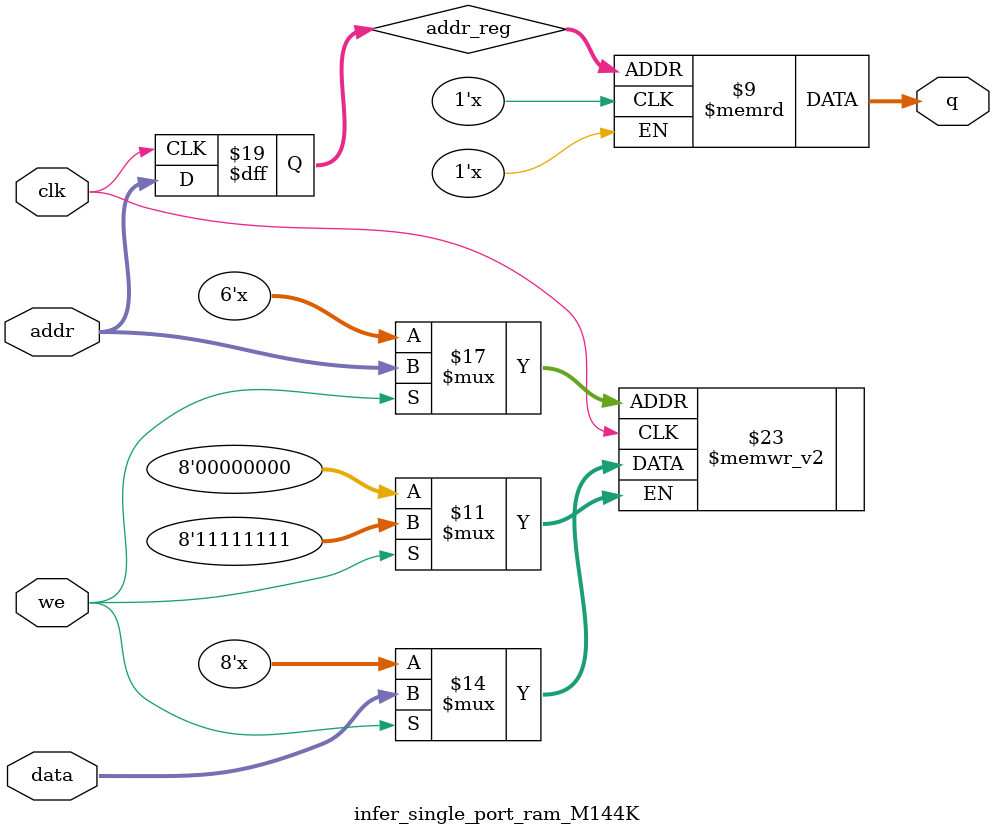
<source format=v>

module infer_single_port_ram_M144K 
#(parameter DATA_WIDTH=8, parameter ADDR_WIDTH=6)
(
	input [(DATA_WIDTH-1):0] data,
	input [(ADDR_WIDTH-1):0] addr,
	input we, clk,
	output [(DATA_WIDTH-1):0] q
);

	// Declare the RAM variable
	(* ramstyle = "M144K" *)reg [DATA_WIDTH-1:0] ram[2**ADDR_WIDTH-1:0];

	// Variable to hold the registered read address
	reg [ADDR_WIDTH-1:0] addr_reg;

	always @ (posedge clk)
	begin
		// Write
		if (we)
			ram[addr] <= data;

		addr_reg <= addr;
	end

	// Continuous assignment implies read returns NEW data.
	// This is the natural behavior of the TriMatrix memory
	// blocks in Single Port mode.  
	assign q = ram[addr_reg];

endmodule

</source>
